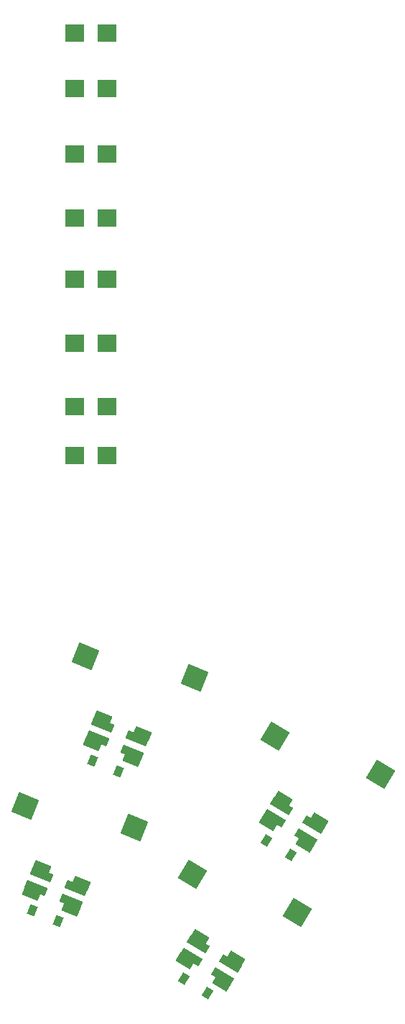
<source format=gbr>
%TF.GenerationSoftware,KiCad,Pcbnew,6.0.10-86aedd382b~118~ubuntu22.04.1*%
%TF.CreationDate,2023-01-31T18:18:49-07:00*%
%TF.ProjectId,scaarix_flow_thumb_cluster,73636161-7269-4785-9f66-6c6f775f7468,v1.0.0*%
%TF.SameCoordinates,Original*%
%TF.FileFunction,Paste,Bot*%
%TF.FilePolarity,Positive*%
%FSLAX46Y46*%
G04 Gerber Fmt 4.6, Leading zero omitted, Abs format (unit mm)*
G04 Created by KiCad (PCBNEW 6.0.10-86aedd382b~118~ubuntu22.04.1) date 2023-01-31 18:18:49*
%MOMM*%
%LPD*%
G01*
G04 APERTURE LIST*
G04 Aperture macros list*
%AMRotRect*
0 Rectangle, with rotation*
0 The origin of the aperture is its center*
0 $1 length*
0 $2 width*
0 $3 Rotation angle, in degrees counterclockwise*
0 Add horizontal line*
21,1,$1,$2,0,0,$3*%
G04 Aperture macros list end*
%ADD10RotRect,0.900000X1.200000X329.000000*%
%ADD11RotRect,0.900000X1.200000X338.000000*%
%ADD12RotRect,2.550000X2.500000X338.000000*%
%ADD13RotRect,2.550000X2.500000X329.000000*%
%ADD14R,2.200000X2.000000*%
%ADD15RotRect,2.600000X1.000000X158.000000*%
%ADD16RotRect,2.000000X1.200000X158.000000*%
%ADD17RotRect,2.600000X1.000000X149.000000*%
%ADD18RotRect,2.000000X1.200000X149.000000*%
G04 APERTURE END LIST*
D10*
%TO.C,D27*%
X298179374Y-173201887D03*
X301008026Y-174901513D03*
%TD*%
D11*
%TO.C,D25*%
X277703547Y-163834099D03*
X280763253Y-165070301D03*
%TD*%
D12*
%TO.C,S25*%
X276799903Y-151561965D03*
X289737110Y-154049458D03*
%TD*%
D10*
%TO.C,D26*%
X288393674Y-189487987D03*
X291222326Y-191187613D03*
%TD*%
D13*
%TO.C,S27*%
X299206666Y-160939450D03*
X311595465Y-165420143D03*
%TD*%
D11*
%TO.C,D24*%
X270585947Y-181450499D03*
X273645653Y-182686701D03*
%TD*%
D12*
%TO.C,S24*%
X269682403Y-169178465D03*
X282619610Y-171665958D03*
%TD*%
D13*
%TO.C,S26*%
X289420966Y-177225650D03*
X301809765Y-181706343D03*
%TD*%
D14*
%TO.C,J2*%
X279350000Y-78200000D03*
X275550000Y-78200000D03*
X279350000Y-84700000D03*
X275550000Y-84700000D03*
X279350000Y-92450000D03*
X275550000Y-92450000D03*
X279350000Y-99950000D03*
X275550000Y-99950000D03*
X279350000Y-107200000D03*
X275550000Y-107200000D03*
X275550000Y-114700000D03*
X279350000Y-114700000D03*
X275550000Y-122200000D03*
X279350000Y-122200000D03*
X279350000Y-127950000D03*
X275550000Y-127950000D03*
%TD*%
D15*
%TO.C,LED52*%
X282967585Y-161225349D03*
X282312024Y-162847920D03*
X278232415Y-161199651D03*
X278887976Y-159577080D03*
D16*
X283517330Y-160665522D03*
X282318589Y-163632511D03*
X277682670Y-161759478D03*
X278881411Y-158792489D03*
%TD*%
D15*
%TO.C,LED51*%
X275767585Y-178825349D03*
X275112024Y-180447920D03*
X271032415Y-178799651D03*
X271687976Y-177177080D03*
D16*
X276317330Y-178265522D03*
X275118589Y-181232511D03*
X270482670Y-179359478D03*
X271681411Y-176392489D03*
%TD*%
D17*
%TO.C,LED54*%
X303736426Y-171395562D03*
X302835110Y-172895605D03*
X299063574Y-170629438D03*
X299964890Y-169129395D03*
D18*
X304366979Y-170928628D03*
X302718857Y-173671563D03*
X298433021Y-171096372D03*
X300081143Y-168353437D03*
%TD*%
D17*
%TO.C,LED53*%
X293936426Y-187695562D03*
X293035110Y-189195605D03*
X289263574Y-186929438D03*
X290164890Y-185429395D03*
D18*
X294566979Y-187228628D03*
X292918857Y-189971563D03*
X288633021Y-187396372D03*
X290281143Y-184653437D03*
%TD*%
M02*

</source>
